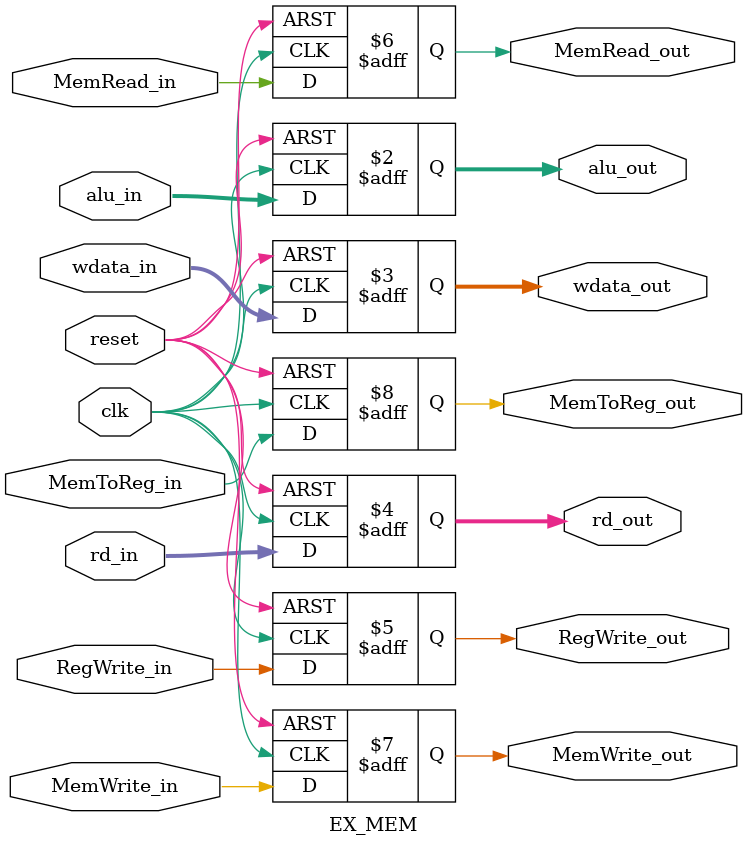
<source format=v>
module EX_MEM(
    input         clk, reset,
    input  [31:0] alu_in, wdata_in,
    input  [4:0]  rd_in,
    input         RegWrite_in, MemRead_in, MemWrite_in, MemToReg_in,
    output reg[31:0] alu_out, wdata_out,
    output reg[4:0]  rd_out,
    output reg       RegWrite_out, MemRead_out, MemWrite_out, MemToReg_out
);
    always @(posedge clk or posedge reset) begin
        if (reset) begin alu_out<=0; wdata_out<=0; rd_out<=0; RegWrite_out<=0; MemRead_out<=0; MemWrite_out<=0; MemToReg_out<=0; end
        else begin alu_out<=alu_in; wdata_out<=wdata_in; rd_out<=rd_in; RegWrite_out<=RegWrite_in; MemRead_out<=MemRead_in; MemWrite_out<=MemWrite_in; MemToReg_out<=MemToReg_in; end
    end
endmodule
</source>
